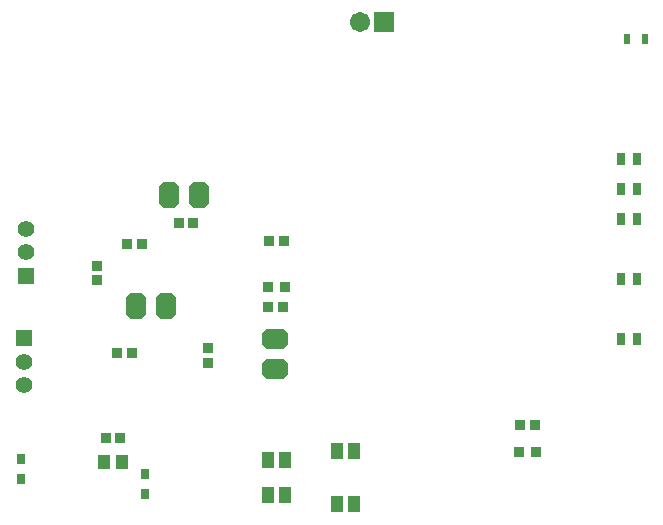
<source format=gbs>
G04*
G04 #@! TF.GenerationSoftware,Altium Limited,Altium Designer,24.2.2 (26)*
G04*
G04 Layer_Color=16711935*
%FSLAX25Y25*%
%MOIN*%
G70*
G04*
G04 #@! TF.SameCoordinates,57EBE310-F326-475D-97A3-4CF97A274748*
G04*
G04*
G04 #@! TF.FilePolarity,Negative*
G04*
G01*
G75*
%ADD24R,0.03150X0.03543*%
%ADD44R,0.03162X0.03950*%
G04:AMPARAMS|DCode=48|XSize=88mil|YSize=68mil|CornerRadius=0mil|HoleSize=0mil|Usage=FLASHONLY|Rotation=90.000|XOffset=0mil|YOffset=0mil|HoleType=Round|Shape=Octagon|*
%AMOCTAGOND48*
4,1,8,0.01700,0.04400,-0.01700,0.04400,-0.03400,0.02700,-0.03400,-0.02700,-0.01700,-0.04400,0.01700,-0.04400,0.03400,-0.02700,0.03400,0.02700,0.01700,0.04400,0.0*
%
%ADD48OCTAGOND48*%

G04:AMPARAMS|DCode=49|XSize=88mil|YSize=68mil|CornerRadius=0mil|HoleSize=0mil|Usage=FLASHONLY|Rotation=180.000|XOffset=0mil|YOffset=0mil|HoleType=Round|Shape=Octagon|*
%AMOCTAGOND49*
4,1,8,-0.04400,0.01700,-0.04400,-0.01700,-0.02700,-0.03400,0.02700,-0.03400,0.04400,-0.01700,0.04400,0.01700,0.02700,0.03400,-0.02700,0.03400,-0.04400,0.01700,0.0*
%
%ADD49OCTAGOND49*%

%ADD50C,0.06706*%
%ADD51R,0.06706X0.06706*%
%ADD52R,0.05472X0.05472*%
%ADD53C,0.05472*%
%ADD73R,0.01968X0.03543*%
%ADD74R,0.03197X0.03367*%
%ADD75R,0.03367X0.03197*%
%ADD76R,0.03775X0.03591*%
%ADD77R,0.04152X0.05339*%
%ADD79R,0.04343X0.04737*%
D24*
X112915Y238377D02*
D03*
Y245070D02*
D03*
X154336Y233377D02*
D03*
Y240070D02*
D03*
D44*
X318258Y285000D02*
D03*
X313140D02*
D03*
X318258Y305000D02*
D03*
X313140D02*
D03*
X318258Y325000D02*
D03*
X313140D02*
D03*
X318258Y345000D02*
D03*
X313140D02*
D03*
X318258Y335000D02*
D03*
X313140D02*
D03*
D48*
X172457Y333000D02*
D03*
X162457D02*
D03*
X161206Y296000D02*
D03*
X151206D02*
D03*
D49*
X197735Y285000D02*
D03*
Y275000D02*
D03*
D50*
X226094Y390634D02*
D03*
D51*
X233968D02*
D03*
D52*
X114500Y306126D02*
D03*
X114000Y285374D02*
D03*
D53*
X114500Y314000D02*
D03*
Y321874D02*
D03*
X114000Y269626D02*
D03*
Y277500D02*
D03*
D73*
X315047Y385000D02*
D03*
X320953D02*
D03*
D74*
X138447Y309584D02*
D03*
Y304659D02*
D03*
X175162Y277187D02*
D03*
Y282113D02*
D03*
D75*
X148486Y316933D02*
D03*
X153411D02*
D03*
X145098Y280484D02*
D03*
X150023D02*
D03*
X170463Y323800D02*
D03*
X165538D02*
D03*
X284179Y256489D02*
D03*
X279255D02*
D03*
X195719Y317677D02*
D03*
X200644D02*
D03*
X195272Y295635D02*
D03*
X200197D02*
D03*
X141209Y252016D02*
D03*
X146134D02*
D03*
D76*
X195320Y302323D02*
D03*
X201042D02*
D03*
X284578Y247420D02*
D03*
X278856D02*
D03*
D77*
X201076Y233202D02*
D03*
X195361D02*
D03*
X201076Y244798D02*
D03*
X195361D02*
D03*
X218361Y229945D02*
D03*
X224076D02*
D03*
X218361Y247858D02*
D03*
X224076D02*
D03*
D79*
X140522Y244223D02*
D03*
X146821D02*
D03*
M02*

</source>
